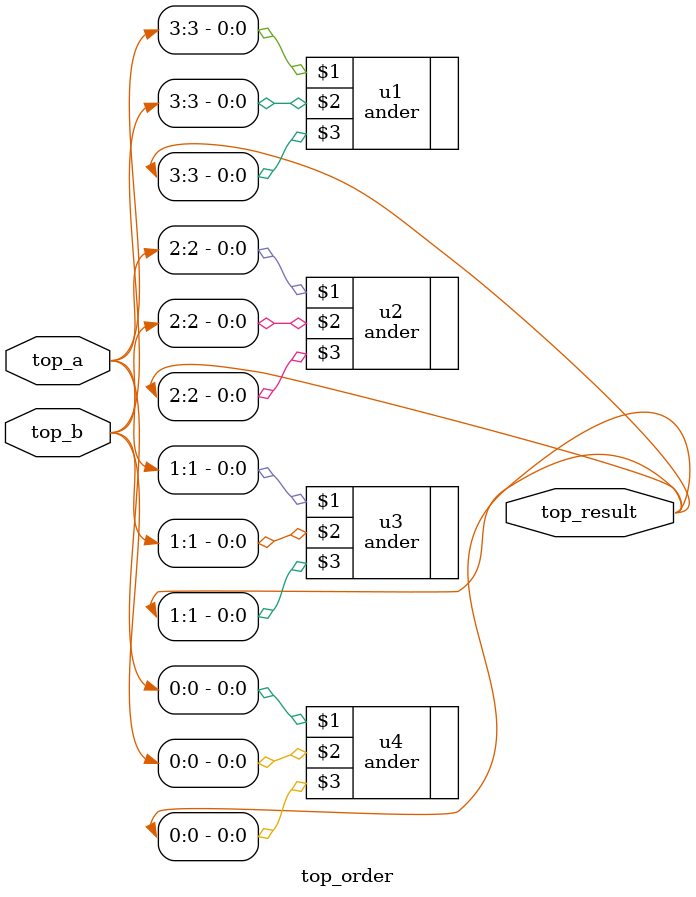
<source format=v>
`timescale 1 ns / 1 ps

module top_order (top_a, top_b, top_result);

    input [3:0] top_a, top_b;
    output [3:0] top_result;

    ander u1 (top_a[3], top_b[3], top_result[3]);
    ander u2 (top_a[2], top_b[2], top_result[2]);
    ander u3 (top_a[1], top_b[1], top_result[1]);
    ander u4 (top_a[0], top_b[0], top_result[0]);

endmodule

</source>
